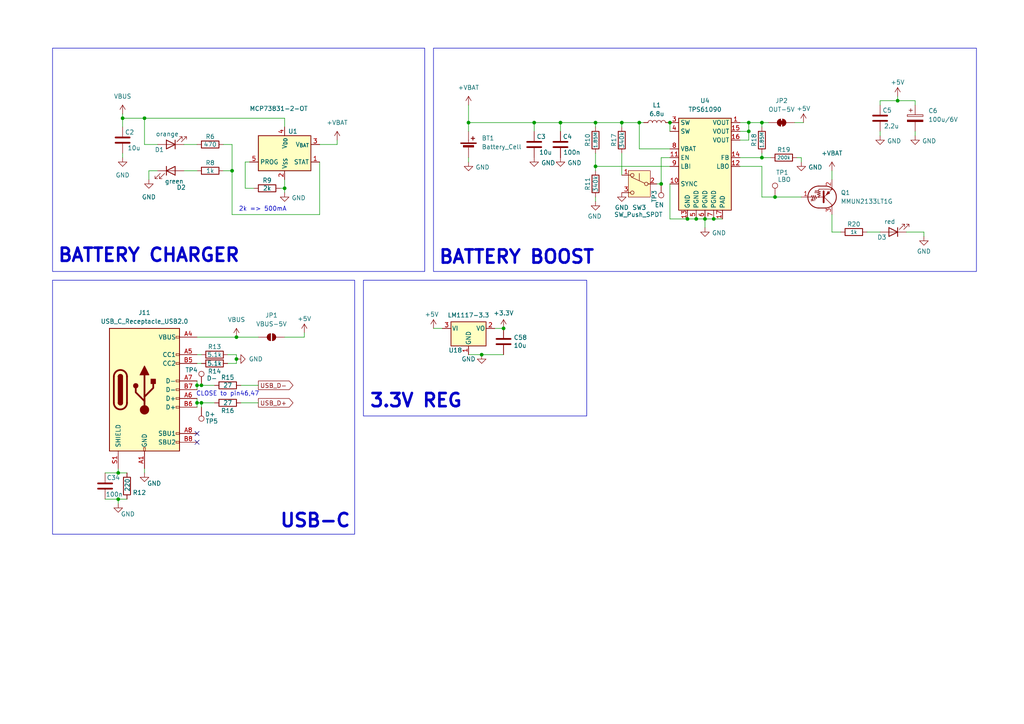
<source format=kicad_sch>
(kicad_sch (version 20250114) (generator "eeschema") (generator_version "9.0")
  (paper "A4")
  (title_block (title "Low Cost VIS/NIR Spectrometer") (date "2025-04-08") (rev "v1") (company "Drawn by Nicolas Viale"))
  (lib_symbols
    (symbol "Battery_Management:MCP73831-2-OT"
      (property "Reference" "U" (at -7.62 6.35 0))
      (property "Value" "MCP73831-2-OT" (at 1.27 6.35 0))
      (symbol "MCP73831-2-OT_0_1"
        (rectangle (start -7.62 5.08) (end 7.62 -5.08) (stroke (width 0.254)) (fill (type background)))
      )
      (symbol "MCP73831-2-OT_1_1"
        (pin input line (at -10.16 -2.54 0) (length 2.54) (name "PROG") (number "5"))
        (pin power_in line (at 0 7.62 270) (length 2.54) (name "V_{DD}") (number "4"))
        (pin power_in line (at 0 -7.62 90) (length 2.54) (name "V_{SS}") (number "2"))
        (pin power_out line (at 10.16 2.54 180) (length 2.54) (name "V_{BAT}") (number "3"))
        (pin tri_state line (at 10.16 -2.54 180) (length 2.54) (name "STAT") (number "1"))
      )
    )
    (symbol "Connector:TestPoint" (pin_numbers (hide yes)) (pin_names (offset 0.762) (hide yes))
      (property "Reference" "TP" (at 0 6.858 0))
      (property "Value" "TestPoint" (at 0 5.08 0))
      (symbol "TestPoint_0_1"
        (circle (center 0 3.302) (radius 0.762))
      )
      (symbol "TestPoint_1_1"
        (pin passive line (at 0 0 90) (length 2.54) (name "1") (number "1"))
      )
    )
    (symbol "Connector:USB_C_Receptacle_USB2.0" (pin_names (offset 1.016))
      (property "Reference" "J" (at -10.16 19.05 0))
      (property "Value" "USB_C_Receptacle_USB2.0" (at 19.05 19.05 0))
      (symbol "USB_C_Receptacle_USB2.0_0_0"
        (rectangle (start -0.254 -17.78) (end 0.254 -16.764))
        (rectangle (start 10.16 15.494) (end 9.144 14.986))
        (rectangle (start 10.16 10.414) (end 9.144 9.906))
        (rectangle (start 10.16 7.874) (end 9.144 7.366))
        (rectangle (start 10.16 2.794) (end 9.144 2.286))
        (rectangle (start 10.16 0.254) (end 9.144 -0.254))
        (rectangle (start 10.16 -2.286) (end 9.144 -2.794))
        (rectangle (start 10.16 -4.826) (end 9.144 -5.334))
        (rectangle (start 10.16 -12.446) (end 9.144 -12.954))
        (rectangle (start 10.16 -14.986) (end 9.144 -15.494))
      )
      (symbol "USB_C_Receptacle_USB2.0_0_1"
        (rectangle (start -10.16 17.78) (end 10.16 -17.78) (stroke (width 0.254)) (fill (type background)))
        (polyline (pts (xy -8.89 -3.81) (xy -8.89 3.81)) (stroke (width 0.508)))
        (rectangle (start -7.62 -3.81) (end -6.35 3.81) (stroke (width 0.254)) (fill (type outline)))
        (arc (start -7.62 3.81) (mid -6.985 4.4423) (end -6.35 3.81) (stroke (width 0.254)))
        (arc (start -7.62 3.81) (mid -6.985 4.4423) (end -6.35 3.81) (stroke (width 0.254)) (fill (type outline)))
        (arc (start -8.89 3.81) (mid -6.985 5.7067) (end -5.08 3.81) (stroke (width 0.508)))
        (arc (start -5.08 -3.81) (mid -6.985 -5.7067) (end -8.89 -3.81) (stroke (width 0.508)))
        (arc (start -6.35 -3.81) (mid -6.985 -4.4423) (end -7.62 -3.81) (stroke (width 0.254)))
        (arc (start -6.35 -3.81) (mid -6.985 -4.4423) (end -7.62 -3.81) (stroke (width 0.254)) (fill (type outline)))
        (polyline (pts (xy -5.08 3.81) (xy -5.08 -3.81)) (stroke (width 0.508)))
        (circle (center -2.54 1.143) (radius 0.635) (stroke (width 0.254)) (fill (type outline)))
        (polyline (pts (xy -1.27 4.318) (xy 0 6.858) (xy 1.27 4.318) (xy -1.27 4.318)) (stroke (width 0.254)) (fill (type outline)))
        (polyline (pts (xy 0 -2.032) (xy 2.54 0.508) (xy 2.54 1.778)) (stroke (width 0.508)))
        (polyline (pts (xy 0 -3.302) (xy -2.54 -0.762) (xy -2.54 0.508)) (stroke (width 0.508)))
        (polyline (pts (xy 0 -5.842) (xy 0 4.318)) (stroke (width 0.508)))
        (circle (center 0 -5.842) (radius 1.27) (fill (type outline)))
        (rectangle (start 1.905 1.778) (end 3.175 3.048) (stroke (width 0.254)) (fill (type outline)))
      )
      (symbol "USB_C_Receptacle_USB2.0_1_1"
        (pin passive line (at -7.62 -22.86 90) (length 5.08) (name "SHIELD") (number "S1"))
        (pin passive line (at 0 -22.86 90) (length 5.08) (name "GND") (number "A1"))
        (pin passive line (at 0 -22.86 90) (length 5.08) (hide yes) (name "GND") (number "A12"))
        (pin passive line (at 0 -22.86 90) (length 5.08) (hide yes) (name "GND") (number "B1"))
        (pin passive line (at 0 -22.86 90) (length 5.08) (hide yes) (name "GND") (number "B12"))
        (pin passive line (at 15.24 15.24 180) (length 5.08) (name "VBUS") (number "A4"))
        (pin passive line (at 15.24 15.24 180) (length 5.08) (hide yes) (name "VBUS") (number "A9"))
        (pin passive line (at 15.24 15.24 180) (length 5.08) (hide yes) (name "VBUS") (number "B4"))
        (pin passive line (at 15.24 15.24 180) (length 5.08) (hide yes) (name "VBUS") (number "B9"))
        (pin bidirectional line (at 15.24 10.16 180) (length 5.08) (name "CC1") (number "A5"))
        (pin bidirectional line (at 15.24 7.62 180) (length 5.08) (name "CC2") (number "B5"))
        (pin bidirectional line (at 15.24 2.54 180) (length 5.08) (name "D-") (number "A7"))
        (pin bidirectional line (at 15.24 0 180) (length 5.08) (name "D-") (number "B7"))
        (pin bidirectional line (at 15.24 -2.54 180) (length 5.08) (name "D+") (number "A6"))
        (pin bidirectional line (at 15.24 -5.08 180) (length 5.08) (name "D+") (number "B6"))
        (pin bidirectional line (at 15.24 -12.7 180) (length 5.08) (name "SBU1") (number "A8"))
        (pin bidirectional line (at 15.24 -15.24 180) (length 5.08) (name "SBU2") (number "B8"))
      )
    )
    (symbol "Device:Battery_Cell" (pin_numbers (hide yes)) (pin_names (offset 0) (hide yes))
      (property "Reference" "BT" (at 2.54 2.54 0))
      (property "Value" "Battery_Cell" (at 2.54 0 0))
      (symbol "Battery_Cell_0_1"
        (rectangle (start -2.286 1.778) (end 2.286 1.524) (fill (type outline)))
        (rectangle (start -1.524 1.016) (end 1.524 0.508) (fill (type outline)))
        (polyline (pts (xy 0 1.778) (xy 0 2.54)))
        (polyline (pts (xy 0 0.762) (xy 0 0)))
        (polyline (pts (xy 0.762 3.048) (xy 1.778 3.048)) (stroke (width 0.254)))
        (polyline (pts (xy 1.27 3.556) (xy 1.27 2.54)) (stroke (width 0.254)))
      )
      (symbol "Battery_Cell_1_1"
        (pin passive line (at 0 5.08 270) (length 2.54) (name "+") (number "1"))
        (pin passive line (at 0 -2.54 90) (length 2.54) (name "-") (number "2"))
      )
    )
    (symbol "Device:C" (pin_numbers (hide yes)) (pin_names (offset 0.254))
      (property "Reference" "C" (at 0.635 2.54 0))
      (property "Value" "C" (at 0.635 -2.54 0))
      (symbol "C_0_1"
        (polyline (pts (xy -2.032 0.762) (xy 2.032 0.762)) (stroke (width 0.508)))
        (polyline (pts (xy -2.032 -0.762) (xy 2.032 -0.762)) (stroke (width 0.508)))
      )
      (symbol "C_1_1"
        (pin passive line (at 0 3.81 270) (length 2.794) (name "~") (number "1"))
        (pin passive line (at 0 -3.81 90) (length 2.794) (name "~") (number "2"))
      )
    )
    (symbol "Device:C_Polarized" (pin_numbers (hide yes)) (pin_names (offset 0.254))
      (property "Reference" "C" (at 0.635 2.54 0))
      (property "Value" "C_Polarized" (at 0.635 -2.54 0))
      (symbol "C_Polarized_0_1"
        (rectangle (start -2.286 0.508) (end 2.286 1.016))
        (polyline (pts (xy -1.778 2.286) (xy -0.762 2.286)))
        (polyline (pts (xy -1.27 2.794) (xy -1.27 1.778)))
        (rectangle (start 2.286 -0.508) (end -2.286 -1.016) (fill (type outline)))
      )
      (symbol "C_Polarized_1_1"
        (pin passive line (at 0 3.81 270) (length 2.794) (name "~") (number "1"))
        (pin passive line (at 0 -3.81 90) (length 2.794) (name "~") (number "2"))
      )
    )
    (symbol "Device:L" (pin_numbers (hide yes)) (pin_names (offset 1.016) (hide yes))
      (property "Reference" "L" (at -1.27 0 90))
      (property "Value" "L" (at 1.905 0 90))
      (symbol "L_0_1"
        (arc (start 0 2.54) (mid 0.6323 1.905) (end 0 1.27))
        (arc (start 0 1.27) (mid 0.6323 0.635) (end 0 0))
        (arc (start 0 0) (mid 0.6323 -0.635) (end 0 -1.27))
        (arc (start 0 -1.27) (mid 0.6323 -1.905) (end 0 -2.54))
      )
      (symbol "L_1_1"
        (pin passive line (at 0 3.81 270) (length 1.27) (name "1") (number "1"))
        (pin passive line (at 0 -3.81 90) (length 1.27) (name "2") (number "2"))
      )
    )
    (symbol "Device:LED" (pin_numbers (hide yes)) (pin_names (offset 1.016) (hide yes))
      (property "Reference" "D" (at 0 2.54 0))
      (property "Value" "LED" (at 0 -2.54 0))
      (symbol "LED_0_1"
        (polyline (pts (xy -3.048 -0.762) (xy -4.572 -2.286) (xy -3.81 -2.286) (xy -4.572 -2.286) (xy -4.572 -1.524)))
        (polyline (pts (xy -1.778 -0.762) (xy -3.302 -2.286) (xy -2.54 -2.286) (xy -3.302 -2.286) (xy -3.302 -1.524)))
        (polyline (pts (xy -1.27 0) (xy 1.27 0)))
        (polyline (pts (xy -1.27 -1.27) (xy -1.27 1.27)) (stroke (width 0.254)))
        (polyline (pts (xy 1.27 -1.27) (xy 1.27 1.27) (xy -1.27 0) (xy 1.27 -1.27)) (stroke (width 0.254)))
      )
      (symbol "LED_1_1"
        (pin passive line (at -3.81 0 0) (length 2.54) (name "K") (number "1"))
        (pin passive line (at 3.81 0 180) (length 2.54) (name "A") (number "2"))
      )
    )
    (symbol "Device:R" (pin_numbers (hide yes)) (pin_names (offset 0))
      (property "Reference" "R" (at 2.032 0 90))
      (property "Value" "R" (at 0 0 90))
      (symbol "R_0_1"
        (rectangle (start -1.016 -2.54) (end 1.016 2.54) (stroke (width 0.254)))
      )
      (symbol "R_1_1"
        (pin passive line (at 0 3.81 270) (length 1.27) (name "~") (number "1"))
        (pin passive line (at 0 -3.81 90) (length 1.27) (name "~") (number "2"))
      )
    )
    (symbol "Jumper:SolderJumper_2_Bridged" (pin_numbers (hide yes)) (pin_names (offset 0) (hide yes)) (exclude_from_sim yes) (in_bom no)
      (property "Reference" "JP" (at 0 2.032 0))
      (property "Value" "SolderJumper_2_Bridged" (at 0 -2.54 0))
      (symbol "SolderJumper_2_Bridged_0_1"
        (rectangle (start -0.508 0.508) (end 0.508 -0.508) (fill (type outline)))
        (polyline (pts (xy -0.254 1.016) (xy -0.254 -1.016)))
        (arc (start -0.254 -1.016) (mid -1.2656 0) (end -0.254 1.016))
        (arc (start -0.254 -1.016) (mid -1.2656 0) (end -0.254 1.016) (fill (type outline)))
        (arc (start 0.254 1.016) (mid 1.2656 0) (end 0.254 -1.016))
        (arc (start 0.254 1.016) (mid 1.2656 0) (end 0.254 -1.016) (fill (type outline)))
        (polyline (pts (xy 0.254 1.016) (xy 0.254 -1.016)))
      )
      (symbol "SolderJumper_2_Bridged_1_1"
        (pin passive line (at -3.81 0 0) (length 2.54) (name "A") (number "1"))
        (pin passive line (at 3.81 0 180) (length 2.54) (name "B") (number "2"))
      )
    )
    (symbol "Jumper:SolderJumper_2_Open" (pin_numbers (hide yes)) (pin_names (offset 0) (hide yes)) (exclude_from_sim yes) (in_bom no)
      (property "Reference" "JP" (at 0 2.032 0))
      (property "Value" "SolderJumper_2_Open" (at 0 -2.54 0))
      (symbol "SolderJumper_2_Open_0_1"
        (polyline (pts (xy -0.254 1.016) (xy -0.254 -1.016)))
        (arc (start -0.254 -1.016) (mid -1.2656 0) (end -0.254 1.016))
        (arc (start -0.254 -1.016) (mid -1.2656 0) (end -0.254 1.016) (fill (type outline)))
        (arc (start 0.254 1.016) (mid 1.2656 0) (end 0.254 -1.016))
        (arc (start 0.254 1.016) (mid 1.2656 0) (end 0.254 -1.016) (fill (type outline)))
        (polyline (pts (xy 0.254 1.016) (xy 0.254 -1.016)))
      )
      (symbol "SolderJumper_2_Open_1_1"
        (pin passive line (at -3.81 0 0) (length 2.54) (name "A") (number "1"))
        (pin passive line (at 3.81 0 180) (length 2.54) (name "B") (number "2"))
      )
    )
    (symbol "Regulator_Switching:TPS61090"
      (property "Reference" "U" (at -7.62 15.24 0))
      (property "Value" "TPS61090" (at 1.27 15.24 0))
      (symbol "TPS61090_0_0"
        (pin passive line (at -10.16 12.7 0) (length 2.54) (name "SW") (number "3"))
        (pin passive line (at -10.16 10.16 0) (length 2.54) (name "SW") (number "4"))
        (pin power_in line (at -10.16 5.08 0) (length 2.54) (name "VBAT") (number "8"))
        (pin input line (at -10.16 2.54 0) (length 2.54) (name "EN") (number "11"))
        (pin input line (at -10.16 0 0) (length 2.54) (name "LBI") (number "9"))
        (pin input line (at -10.16 -5.08 0) (length 2.54) (name "SYNC") (number "10"))
        (pin power_in line (at -5.08 -15.24 90) (length 2.54) (name "GND") (number "13"))
        (pin power_in line (at -2.54 -15.24 90) (length 2.54) (name "PGND") (number "5"))
        (pin power_in line (at 0 -15.24 90) (length 2.54) (name "PGND") (number "6"))
        (pin power_in line (at 2.54 -15.24 90) (length 2.54) (name "PGND") (number "7"))
        (pin power_in line (at 5.08 -15.24 90) (length 2.54) (name "PAD") (number "17"))
        (pin power_out line (at 10.16 12.7 180) (length 2.54) (name "VOUT") (number "1"))
        (pin passive line (at 10.16 10.16 180) (length 2.54) (name "VOUT") (number "15"))
        (pin passive line (at 10.16 7.62 180) (length 2.54) (name "VOUT") (number "16"))
        (pin input line (at 10.16 2.54 180) (length 2.54) (name "FB") (number "14"))
        (pin open_collector line (at 10.16 0 180) (length 2.54) (name "LBO") (number "12"))
        (pin no_connect line (at 10.16 -5.08 180) (length 2.54) (hide yes) (name "NC") (number "2"))
      )
      (symbol "TPS61090_0_1"
        (rectangle (start -7.62 13.97) (end 7.62 -12.7) (stroke (width 0.254)) (fill (type background)))
      )
    )
    (symbol "Switch:SW_Push_SPDT" (pin_names (offset 0) (hide yes))
      (property "Reference" "SW" (at 0 5.08 0))
      (property "Value" "SW_Push_SPDT" (at 0 -5.08 0))
      (symbol "SW_Push_SPDT_0_0"
        (circle (center -2.032 0) (radius 0.508))
        (polyline (pts (xy 0 1.016) (xy 0 3.048)))
        (circle (center 2.032 -2.54) (radius 0.508))
      )
      (symbol "SW_Push_SPDT_0_1"
        (polyline (pts (xy -1.524 0.2032) (xy 2.3368 1.9812)))
        (circle (center 2.032 2.54) (radius 0.508))
      )
      (symbol "SW_Push_SPDT_1_1"
        (rectangle (start -3.175 3.81) (end 3.175 -3.81) (fill (type background)))
        (pin passive line (at -5.08 0 0) (length 2.54) (name "B") (number "2"))
        (pin passive line (at 5.08 2.54 180) (length 2.54) (name "A") (number "1"))
        (pin passive line (at 5.08 -2.54 180) (length 2.54) (name "C") (number "3"))
      )
    )
    (symbol "Transistor_BJT:DTA1D3R" (pin_names (offset 0) (hide yes))
      (property "Reference" "Q" (at 5.08 1.905 0))
      (property "Value" "DTA1D3R" (at 5.08 0 0))
      (symbol "DTA1D3R_0_0"
        (text "2k7" (at -2.921 0.889 0) (effects (font (size 0.508 0.508))))
        (text "1k" (at -2.159 -1.524 900) (effects (font (size 0.508 0.508))))
      )
      (symbol "DTA1D3R_0_1"
        (polyline (pts (xy -3.429 0) (xy -3.81 0)))
        (polyline (pts (xy -1.27 3.175) (xy 0.635 3.175)) (stroke (width 0.254)))
        (circle (center -1.27 0) (radius 0.127))
        (polyline (pts (xy -1.27 0) (xy -1.27 -0.381) (xy -0.762 -0.508) (xy -1.778 -0.762) (xy -0.762 -1.016) (xy -1.778 -1.27) (xy -0.762 -1.524) (xy -1.778 -1.778) (xy -1.27 -1.905) (xy -1.27 -2.286) (xy 2.54 -2.286)))
        (polyline (pts (xy -1.27 -3.175) (xy 0.635 -3.175)) (stroke (width 0.254)))
        (arc (start -1.27 -3.175) (mid -4.4312 0) (end -1.27 3.175) (stroke (width 0.254)))
        (polyline (pts (xy 0 0) (xy -1.905 0) (xy -2.032 0.508) (xy -2.286 -0.508) (xy -2.54 0.508) (xy -2.794 -0.508) (xy -3.048 0.508) (xy -3.302 -0.508) (xy -3.429 0)))
        (polyline (pts (xy 0 -0.254) (xy 2.54 2.286)))
        (polyline (pts (xy 0.127 1.524) (xy 0.127 -1.651)) (stroke (width 0.508)) (fill (type outline)))
        (arc (start 0.635 3.175) (mid 3.7962 0) (end 0.635 -3.175) (stroke (width 0.254)))
        (polyline (pts (xy 1.397 -1.651) (xy 1.905 -1.143) (xy 0.889 -0.635) (xy 1.397 -1.651)) (fill (type outline)))
        (polyline (pts (xy 2.54 2.286) (xy 2.54 2.54)))
        (polyline (pts (xy 2.54 -2.286) (xy 0 0.254) (xy 0 0.254)))
        (circle (center 2.54 -2.286) (radius 0.127))
      )
      (symbol "DTA1D3R_1_1"
        (pin input line (at -6.35 0 0) (length 2.54) (name "B") (number "1"))
        (pin passive line (at 2.54 5.08 270) (length 2.54) (name "C") (number "3"))
        (pin passive line (at 2.54 -5.08 90) (length 2.54) (name "E") (number "2"))
      )
    )
    (symbol "plinkyblack-rescue:LM1117-3.3-Regulator_Linear" (pin_names (offset 0.254))
      (property "Reference" "U" (at -3.81 3.175 0))
      (property "Value" "Regulator_Linear_LM1117-3.3" (at 0 3.175 0))
      (symbol "LM1117-3.3-Regulator_Linear_0_1"
        (rectangle (start -5.08 -5.08) (end 5.08 1.905) (stroke (width 0.254)) (fill (type background)))
      )
      (symbol "LM1117-3.3-Regulator_Linear_1_1"
        (pin power_in line (at -7.62 0 0) (length 2.54) (name "VI") (number "3"))
        (pin power_in line (at 0 -7.62 90) (length 2.54) (name "GND") (number "1"))
        (pin power_out line (at 7.62 0 180) (length 2.54) (name "VO") (number "2"))
      )
    )
    (symbol "power:+3.3V" (power) (pin_numbers (hide yes)) (pin_names (offset 0) (hide yes))
      (property "Value" "+3.3V" (at 0 3.556 0))
      (symbol "+3.3V_0_1"
        (polyline (pts (xy -0.762 1.27) (xy 0 2.54)))
        (polyline (pts (xy 0 2.54) (xy 0.762 1.27)))
        (polyline (pts (xy 0 0) (xy 0 2.54)))
      )
      (symbol "+3.3V_1_1"
        (pin power_in line (at 0 0 90) (length 0) (name "~") (number "1"))
      )
    )
    (symbol "power:+5V" (power) (pin_names (offset 0))
      (property "Value" "+5V" (at 0 3.556 0))
      (symbol "+5V_0_1"
        (polyline (pts (xy -0.762 1.27) (xy 0 2.54)))
        (polyline (pts (xy 0 2.54) (xy 0.762 1.27)))
        (polyline (pts (xy 0 0) (xy 0 2.54)))
      )
      (symbol "+5V_1_1"
        (pin power_in line (at 0 0 90) (length 0) (hide yes) (name "+5V") (number "1"))
      )
    )
    (symbol "power:GND" (power) (pin_names (offset 0))
      (property "Value" "GND" (at 0 -3.81 0))
      (symbol "GND_0_1"
        (polyline (pts (xy 0 0) (xy 0 -1.27) (xy 1.27 -1.27) (xy 0 -2.54) (xy -1.27 -1.27) (xy 0 -1.27)))
      )
      (symbol "GND_1_1"
        (pin power_in line (at 0 0 270) (length 0) (hide yes) (name "GND") (number "1"))
      )
    )
    (symbol "power:VBUS" (power) (pin_numbers (hide yes)) (pin_names (offset 0) (hide yes))
      (property "Value" "VBUS" (at 0 3.556 0))
      (symbol "VBUS_0_1"
        (polyline (pts (xy -0.762 1.27) (xy 0 2.54)))
        (polyline (pts (xy 0 2.54) (xy 0.762 1.27)))
        (polyline (pts (xy 0 0) (xy 0 2.54)))
      )
      (symbol "VBUS_1_1"
        (pin power_in line (at 0 0 90) (length 0) (name "~") (number "1"))
      )
    )
  )
  (rectangle (start 15.24 81.28) (end 102.87 154.94))
  (rectangle (start 15.24 13.97) (end 123.19 78.74))
  (rectangle (start 125.73 13.97) (end 283.21 78.74))
  (rectangle (start 105.41 81.28) (end 170.18 120.65))
  (text "CLOSE to pin46,47" (at 66.04 114.3 0) (effects (font (size 1.27 1.27))))
  (text "3.3V REG" (at 120.65 116.332 0) (effects (font (size 3.81 3.81) (thickness 0.762) (bold yes))))
  (text "BATTERY CHARGER" (at 43.18 74.168 0) (effects (font (size 3.81 3.81) (thickness 0.762) (bold yes))))
  (text "USB-C" (at 91.44 151.13 0) (effects (font (size 3.81 3.81) (thickness 0.762) (bold yes))))
  (text "BATTERY BOOST" (at 149.86 74.676 0) (effects (font (size 3.81 3.81) (thickness 0.762) (bold yes))))
  (text "2k => 500mA" (at 76.2 60.706 0) (effects (font (size 1.27 1.27))))
  (junction (at 58.42 116.84))
  (junction (at 191.77 53.34))
  (junction (at 41.91 34.29))
  (junction (at 224.79 57.15))
  (junction (at 172.72 35.56))
  (junction (at 146.05 95.25))
  (junction (at 194.31 35.56))
  (junction (at 58.42 111.76))
  (junction (at 135.89 35.56))
  (junction (at 172.72 48.26))
  (junction (at 67.31 49.53))
  (junction (at 34.29 144.78))
  (junction (at 199.39 63.5))
  (junction (at 162.56 35.56))
  (junction (at 220.98 35.56))
  (junction (at 154.94 35.56))
  (junction (at 185.42 35.56))
  (junction (at 57.15 116.84))
  (junction (at 139.7 102.87))
  (junction (at 57.15 111.76))
  (junction (at 34.29 137.16))
  (junction (at 201.93 63.5))
  (junction (at 180.34 35.56))
  (junction (at 217.17 35.56))
  (junction (at 204.47 63.5))
  (junction (at 207.01 63.5))
  (junction (at 217.17 38.1))
  (junction (at 260.35 29.21))
  (junction (at 220.98 45.72))
  (junction (at 82.55 54.61))
  (junction (at 35.56 34.29))
  (junction (at 68.58 97.79))
  (junction (at 68.58 104.14))
  (no_connect (at 57.15 128.27))
  (no_connect (at 57.15 125.73))
  (wire (pts (xy 57.15 110.49) (xy 57.15 111.76)))
  (wire (pts (xy 194.31 43.18) (xy 185.42 43.18)))
  (wire (pts (xy 34.29 137.16) (xy 30.48 137.16)))
  (wire (pts (xy 97.79 40.64) (xy 97.79 41.91)))
  (wire (pts (xy 217.17 38.1) (xy 217.17 35.56)))
  (wire (pts (xy 34.29 144.78) (xy 36.83 144.78)))
  (wire (pts (xy 180.34 44.45) (xy 180.34 50.8)))
  (wire (pts (xy 251.46 67.31) (xy 255.27 67.31)))
  (wire (pts (xy 172.72 48.26) (xy 172.72 49.53)))
  (wire (pts (xy 220.98 45.72) (xy 223.52 45.72)))
  (wire (pts (xy 214.63 40.64) (xy 217.17 40.64)))
  (wire (pts (xy 255.27 38.1) (xy 255.27 39.37)))
  (wire (pts (xy 185.42 35.56) (xy 180.34 35.56)))
  (wire (pts (xy 82.55 34.29) (xy 41.91 34.29)))
  (wire (pts (xy 214.63 38.1) (xy 217.17 38.1)))
  (wire (pts (xy 68.58 102.87) (xy 68.58 104.14)))
  (wire (pts (xy 214.63 45.72) (xy 220.98 45.72)))
  (wire (pts (xy 57.15 111.76) (xy 58.42 111.76)))
  (wire (pts (xy 194.31 63.5) (xy 199.39 63.5)))
  (wire (pts (xy 162.56 35.56) (xy 154.94 35.56)))
  (wire (pts (xy 265.43 29.21) (xy 260.35 29.21)))
  (wire (pts (xy 41.91 135.89) (xy 41.91 137.16)))
  (wire (pts (xy 68.58 104.14) (xy 68.58 105.41)))
  (wire (pts (xy 67.31 41.91) (xy 67.31 49.53)))
  (wire (pts (xy 143.51 95.25) (xy 146.05 95.25)))
  (wire (pts (xy 267.97 67.31) (xy 267.97 68.58)))
  (wire (pts (xy 67.31 41.91) (xy 64.77 41.91)))
  (wire (pts (xy 97.79 41.91) (xy 92.71 41.91)))
  (wire (pts (xy 67.31 49.53) (xy 64.77 49.53)))
  (wire (pts (xy 34.29 137.16) (xy 36.83 137.16)))
  (wire (pts (xy 204.47 63.5) (xy 204.47 66.04)))
  (wire (pts (xy 73.66 54.61) (xy 71.12 54.61)))
  (wire (pts (xy 58.42 118.11) (xy 58.42 116.84)))
  (wire (pts (xy 162.56 35.56) (xy 172.72 35.56)))
  (wire (pts (xy 260.35 29.21) (xy 255.27 29.21)))
  (wire (pts (xy 92.71 62.23) (xy 67.31 62.23)))
  (wire (pts (xy 199.39 63.5) (xy 201.93 63.5)))
  (wire (pts (xy 135.89 46.99) (xy 135.89 45.72)))
  (wire (pts (xy 58.42 111.76) (xy 62.23 111.76)))
  (wire (pts (xy 172.72 57.15) (xy 172.72 58.42)))
  (wire (pts (xy 201.93 63.5) (xy 204.47 63.5)))
  (wire (pts (xy 214.63 48.26) (xy 220.98 48.26)))
  (wire (pts (xy 260.35 27.94) (xy 260.35 29.21)))
  (wire (pts (xy 71.12 54.61) (xy 71.12 46.99)))
  (wire (pts (xy 154.94 38.1) (xy 154.94 35.56)))
  (wire (pts (xy 194.31 53.34) (xy 194.31 63.5)))
  (wire (pts (xy 57.15 115.57) (xy 57.15 116.84)))
  (wire (pts (xy 243.84 67.31) (xy 241.3 67.31)))
  (wire (pts (xy 53.34 49.53) (xy 57.15 49.53)))
  (wire (pts (xy 35.56 45.72) (xy 35.56 44.45)))
  (wire (pts (xy 190.5 53.34) (xy 191.77 53.34)))
  (wire (pts (xy 265.43 30.48) (xy 265.43 29.21)))
  (wire (pts (xy 172.72 44.45) (xy 172.72 48.26)))
  (wire (pts (xy 135.89 102.87) (xy 139.7 102.87)))
  (wire (pts (xy 220.98 48.26) (xy 220.98 57.15)))
  (wire (pts (xy 230.505 35.56) (xy 233.045 35.56)))
  (wire (pts (xy 217.17 35.56) (xy 214.63 35.56)))
  (wire (pts (xy 220.98 35.56) (xy 217.17 35.56)))
  (wire (pts (xy 88.265 97.79) (xy 82.55 97.79)))
  (wire (pts (xy 57.15 102.87) (xy 58.42 102.87)))
  (wire (pts (xy 220.98 35.56) (xy 222.885 35.56)))
  (wire (pts (xy 231.14 45.72) (xy 232.41 45.72)))
  (wire (pts (xy 82.55 55.88) (xy 82.55 54.61)))
  (wire (pts (xy 34.29 135.89) (xy 34.29 137.16)))
  (wire (pts (xy 265.43 38.1) (xy 265.43 39.37)))
  (wire (pts (xy 194.31 45.72) (xy 191.77 45.72)))
  (wire (pts (xy 35.56 34.29) (xy 35.56 36.83)))
  (wire (pts (xy 220.98 36.83) (xy 220.98 35.56)))
  (wire (pts (xy 185.42 35.56) (xy 185.42 43.18)))
  (wire (pts (xy 241.3 67.31) (xy 241.3 62.23)))
  (wire (pts (xy 241.3 49.53) (xy 241.3 52.07)))
  (wire (pts (xy 57.15 116.84) (xy 57.15 118.11)))
  (wire (pts (xy 57.15 105.41) (xy 58.42 105.41)))
  (wire (pts (xy 45.72 41.91) (xy 41.91 41.91)))
  (wire (pts (xy 224.79 57.15) (xy 232.41 57.15)))
  (wire (pts (xy 71.12 46.99) (xy 72.39 46.99)))
  (wire (pts (xy 68.58 105.41) (xy 66.04 105.41)))
  (wire (pts (xy 35.56 33.02) (xy 35.56 34.29)))
  (wire (pts (xy 82.55 54.61) (xy 82.55 52.07)))
  (wire (pts (xy 172.72 35.56) (xy 172.72 36.83)))
  (wire (pts (xy 255.27 29.21) (xy 255.27 30.48)))
  (wire (pts (xy 232.41 45.72) (xy 232.41 46.99)))
  (wire (pts (xy 68.58 97.79) (xy 74.93 97.79)))
  (wire (pts (xy 69.85 111.76) (xy 74.93 111.76)))
  (wire (pts (xy 57.15 97.79) (xy 68.58 97.79)))
  (wire (pts (xy 125.73 95.25) (xy 128.27 95.25)))
  (wire (pts (xy 217.17 40.64) (xy 217.17 38.1)))
  (wire (pts (xy 194.31 35.56) (xy 194.31 38.1)))
  (wire (pts (xy 92.71 46.99) (xy 92.71 62.23)))
  (wire (pts (xy 186.69 35.56) (xy 185.42 35.56)))
  (wire (pts (xy 191.77 45.72) (xy 191.77 53.34)))
  (wire (pts (xy 34.29 144.78) (xy 34.29 146.05)))
  (wire (pts (xy 194.31 48.26) (xy 172.72 48.26)))
  (wire (pts (xy 69.85 116.84) (xy 74.93 116.84)))
  (wire (pts (xy 45.72 49.53) (xy 43.18 49.53)))
  (wire (pts (xy 88.265 96.52) (xy 88.265 97.79)))
  (wire (pts (xy 162.56 38.1) (xy 162.56 35.56)))
  (wire (pts (xy 58.42 116.84) (xy 62.23 116.84)))
  (wire (pts (xy 57.15 111.76) (xy 57.15 113.03)))
  (wire (pts (xy 135.89 30.48) (xy 135.89 35.56)))
  (wire (pts (xy 146.05 102.87) (xy 139.7 102.87)))
  (wire (pts (xy 135.89 35.56) (xy 154.94 35.56)))
  (wire (pts (xy 30.48 144.78) (xy 34.29 144.78)))
  (wire (pts (xy 262.89 67.31) (xy 267.97 67.31)))
  (wire (pts (xy 57.15 116.84) (xy 58.42 116.84)))
  (wire (pts (xy 81.28 54.61) (xy 82.55 54.61)))
  (wire (pts (xy 41.91 34.29) (xy 35.56 34.29)))
  (wire (pts (xy 207.01 63.5) (xy 209.55 63.5)))
  (wire (pts (xy 68.58 102.87) (xy 66.04 102.87)))
  (wire (pts (xy 220.98 57.15) (xy 224.79 57.15)))
  (wire (pts (xy 53.34 41.91) (xy 57.15 41.91)))
  (wire (pts (xy 67.31 62.23) (xy 67.31 49.53)))
  (wire (pts (xy 82.55 36.83) (xy 82.55 34.29)))
  (wire (pts (xy 172.72 35.56) (xy 180.34 35.56)))
  (wire (pts (xy 41.91 41.91) (xy 41.91 34.29)))
  (wire (pts (xy 43.18 49.53) (xy 43.18 52.07)))
  (wire (pts (xy 135.89 35.56) (xy 135.89 38.1)))
  (wire (pts (xy 220.98 45.72) (xy 220.98 44.45)))
  (wire (pts (xy 204.47 63.5) (xy 207.01 63.5)))
  (wire (pts (xy 180.34 35.56) (xy 180.34 36.83)))
  (global_label "USB_D-" (shape output) (at 74.93 111.76 0) (property "Intersheetrefs" "${INTERSHEET_REFS}" (effects (hide yes))))
  (global_label "USB_D+" (shape output) (at 74.93 116.84 0) (property "Intersheetrefs" "${INTERSHEET_REFS}" (effects (hide yes))))
  (symbol (lib_id "power:GND") (at 232.41 46.99 0) (unit 1)
    (property "Reference" "#PWR024" (effects (hide yes)))
    (property "Value" "GND" (at 236.474 48.514 0))
  )
  (symbol (lib_id "power:GND") (at 139.7 102.87 0) (unit 1)
    (property "Reference" "#PWR0176" (effects (hide yes)))
    (property "Value" "GND" (at 135.89 104.14 0))
  )
  (symbol (lib_id "power:GND") (at 35.56 45.72 0) (unit 1)
    (property "Reference" "#PWR07" (effects (hide yes)))
    (property "Value" "GND" (at 35.56 50.8 0))
  )
  (symbol (lib_id "power:GND") (at 267.97 68.58 0) (unit 1)
    (property "Reference" "#PWR026" (effects (hide yes)))
    (property "Value" "GND" (at 267.97 72.898 0))
  )
  (symbol (lib_id "power:+5V") (at 241.3 49.53 0) (unit 1)
    (property "Reference" "#PWR025" (effects (hide yes)))
    (property "Value" "+VBAT" (at 241.3 44.45 0))
  )
  (symbol (lib_id "Device:R") (at 60.96 41.91 90) (unit 1)
    (property "Reference" "R6" (at 60.96 39.624 90))
    (property "Value" "470" (at 60.96 41.91 90))
    (property "Footprint" "Resistor_SMD:R_0603_1608Metric" (effects (hide yes)))
    (property "Description" "Resistor" (effects (hide yes)))
  )
  (symbol (lib_id "Device:R") (at 247.65 67.31 90) (unit 1)
    (property "Reference" "R20" (at 247.65 65.024 90))
    (property "Value" "1k" (at 247.65 67.31 90) (effects (font (size 1.016 1.016))))
    (property "Footprint" "Resistor_SMD:R_0603_1608Metric" (effects (hide yes)))
    (property "Description" "Resistor" (effects (hide yes)))
  )
  (symbol (lib_id "Connector:USB_C_Receptacle_USB2.0") (at 41.91 113.03 0) (unit 1)
    (property "Reference" "J11" (at 41.91 90.678 0))
    (property "Value" "USB_C_Receptacle_USB2.0" (at 41.91 93.218 0))
    (property "Footprint" "userr:USB-C-JLCPCB" (effects (hide yes)))
    (property "Datasheet" "https://www.usb.org/sites/default/files/documents/usb_type-c.zip" (effects (hide yes)))
    (property "LCSC" "C165948" (effects (hide yes)))
  )
  (symbol (lib_id "power:+5V") (at 97.79 40.64 0) (unit 1)
    (property "Reference" "#PWR012" (effects (hide yes)))
    (property "Value" "+VBAT" (at 97.79 35.56 0))
  )
  (symbol (lib_id "power:+5V") (at 135.89 30.48 0) (unit 1)
    (property "Reference" "#PWR013" (effects (hide yes)))
    (property "Value" "+VBAT" (at 135.89 25.4 0))
  )
  (symbol (lib_id "Device:R") (at 172.72 53.34 180) (unit 1)
    (property "Reference" "R11" (at 170.434 53.34 90))
    (property "Value" "340k" (at 172.72 53.34 90))
    (property "Footprint" "Resistor_SMD:R_0603_1608Metric" (effects (hide yes)))
    (property "Description" "Resistor" (effects (hide yes)))
  )
  (symbol (lib_id "Device:Battery_Cell") (at 135.89 43.18 0) (unit 1)
    (property "Reference" "BT1" (at 139.7 40.0684 0) (effects (justify left)))
    (property "Value" "Battery_Cell" (at 139.7 42.6084 0) (effects (justify left)))
    (property "Footprint" "Connector_JST:JST_PH_S2B-PH-K_1x02_P2.00mm_Horizontal" (effects (hide yes)))
    (property "Description" "Single-cell battery" (effects (hide yes)))
    (property "LCSC" "C5359610" (effects (hide yes)))
  )
  (symbol (lib_id "Device:R") (at 77.47 54.61 90) (unit 1)
    (property "Reference" "R9" (at 77.47 52.324 90))
    (property "Value" "2k" (at 77.47 54.61 90))
    (property "Footprint" "Resistor_SMD:R_0603_1608Metric" (effects (hide yes)))
    (property "Description" "Resistor" (effects (hide yes)))
  )
  (symbol (lib_id "Switch:SW_Push_SPDT") (at 185.42 53.34 0) (mirror y) (unit 1)
    (property "Reference" "SW3" (at 185.42 60.198 0))
    (property "Value" "SW_Push_SPDT" (at 185.166 62.23 0))
    (property "Footprint" "userr:Alps-Alpine-SPDT" (effects (hide yes)))
    (property "Description" "Momentary Switch, single pole double throw" (effects (hide yes)))
    (property "LCSC" "C109335" (effects (hide yes)))
  )
  (symbol (lib_id "power:GND") (at 135.89 46.99 0) (unit 1)
    (property "Reference" "#PWR018" (effects (hide yes)))
    (property "Value" "GND" (at 139.954 48.514 0))
  )
  (symbol (lib_id "Device:LED") (at 259.08 67.31 180) (unit 1)
    (property "Reference" "D3" (at 255.778 68.834 0))
    (property "Value" "red" (at 258.064 64.262 0))
    (property "Footprint" "LED_SMD:LED_0603_1608Metric" (effects (hide yes)))
    (property "Description" "Light emitting diode" (effects (hide yes)))
  )
  (symbol (lib_id "Transistor_BJT:DTA1D3R") (at 238.76 57.15 0) (mirror x) (unit 1)
    (property "Reference" "Q1" (at 243.84 55.8799 0) (effects (justify left)))
    (property "Value" "MMUN2133LT1G" (at 243.84 58.4199 0) (effects (justify left)))
    (property "Footprint" "Package_TO_SOT_SMD:SOT-23" (effects (hide yes)))
    (property "Description" "Digital PNP Transistor, 2k7/1k, SOT-23" (effects (hide yes)))
    (property "LCSC" "C86182" (effects (hide yes)))
  )
  (symbol (lib_id "Regulator_Switching:TPS61090") (at 204.47 48.26 0) (unit 1)
    (property "Reference" "U4" (at 204.47 29.21 0))
    (property "Value" "TPS61090" (at 204.47 31.75 0))
    (property "Footprint" "Package_DFN_QFN:Texas_RSA_VQFN-16-1EP_4x4mm_P0.65mm_EP2.7x2.7mm_ThermalVias" (effects (hide yes)))
    (property "Datasheet" "http://www.ti.com/lit/ds/symlink/tps61090.pdf" (effects (hide yes)))
    (property "Description" "2A Step-Up DC-DC Converter for Batteries, Isw up to 2500mA, Adjustable output voltage, QFN-16" (effects (hide yes)))
    (property "LCSC" "C206167" (effects (hide yes)))
  )
  (symbol (lib_id "Device:C") (at 146.05 99.06 0) (unit 1)
    (property "Reference" "C58" (at 148.971 97.8916 0) (effects (justify left)))
    (property "Value" "10u" (at 148.971 100.203 0) (effects (justify left)))
    (property "Footprint" "Capacitor_SMD:C_0805_2012Metric" (effects (hide yes)))
    (property "LCSC" "C15850" (effects (hide yes)))
    (property "Checked" "x" (effects (hide yes)))
  )
  (symbol (lib_id "Connector:TestPoint") (at 191.77 53.34 180) (unit 1)
    (property "Reference" "TP3" (at 189.738 55.118 90) (effects (justify left)))
    (property "Value" "EN" (at 192.6013 59.436 0) (effects (justify left)))
    (property "Footprint" "TestPoint:TestPoint_Pad_D1.5mm" (effects (hide yes)))
    (property "Description" "test point" (effects (hide yes)))
  )
  (symbol (lib_id "power:GND") (at 172.72 58.42 0) (unit 1)
    (property "Reference" "#PWR021" (effects (hide yes)))
    (property "Value" "GND" (at 172.466 62.738 0))
  )
  (symbol (lib_id "Device:R") (at 172.72 40.64 180) (unit 1)
    (property "Reference" "R10" (at 170.434 40.64 90))
    (property "Value" "1.85M" (at 172.72 40.64 90) (effects (font (size 1.016 1.016))))
    (property "Footprint" "Resistor_SMD:R_0603_1608Metric" (effects (hide yes)))
    (property "Description" "Resistor" (effects (hide yes)))
  )
  (symbol (lib_id "Device:R") (at 66.04 111.76 90) (unit 1)
    (property "Reference" "R15" (at 66.04 109.474 90))
    (property "Value" "27" (at 66.04 111.76 90))
    (property "Footprint" "Resistor_SMD:R_0402_1005Metric" (effects (hide yes)))
    (property "LCSC" "C23186" (effects (hide yes)))
  )
  (symbol (lib_id "Device:LED") (at 49.53 49.53 0) (unit 1)
    (property "Reference" "D2" (at 52.578 54.356 0))
    (property "Value" "green" (at 50.546 52.578 0))
    (property "Footprint" "LED_SMD:LED_0603_1608Metric" (effects (hide yes)))
    (property "Description" "Light emitting diode" (effects (hide yes)))
  )
  (symbol (lib_id "power:GND") (at 204.47 66.04 0) (unit 1)
    (property "Reference" "#PWR022" (effects (hide yes)))
    (property "Value" "GND" (at 208.534 67.564 0))
  )
  (symbol (lib_id "Device:C") (at 162.56 41.91 0) (unit 1)
    (property "Reference" "C4" (at 164.592 39.624 0))
    (property "Value" "100n" (at 165.862 44.196 0))
    (property "Footprint" "Capacitor_SMD:C_0603_1608Metric" (effects (hide yes)))
    (property "Description" "Unpolarized capacitor" (effects (hide yes)))
  )
  (symbol (lib_id "plinkyblack-rescue:LM1117-3.3-Regulator_Linear") (at 135.89 95.25 0) (unit 1)
    (property "Reference" "U18" (at 132.08 101.6 0))
    (property "Value" "LM1117-3.3" (at 135.89 91.4146 0))
    (property "Footprint" "Package_TO_SOT_SMD:SOT-223-3_TabPin2" (effects (hide yes)))
    (property "Datasheet" "http://www.ti.com/lit/ds/symlink/lm1117.pdf" (effects (hide yes)))
    (property "LCSC" "C6186" (effects (hide yes)))
    (property "Checked" "x" (effects (hide yes)))
  )
  (symbol (lib_id "power:+5V") (at 125.73 95.25 0) (unit 1)
    (property "Reference" "#PWR0171" (effects (hide yes)))
    (property "Value" "+5V" (at 125.222 91.186 0))
  )
  (symbol (lib_id "power:+3.3V") (at 146.05 95.25 0) (unit 1)
    (property "Reference" "#PWR069" (effects (hide yes)))
    (property "Value" "+3.3V" (at 146.05 90.805 0))
    (property "Description" "Power symbol creates a global label with name \"+3.3V\"" (effects (hide yes)))
  )
  (symbol (lib_id "Connector:TestPoint") (at 58.42 118.11 180) (unit 1)
    (property "Reference" "TP5" (at 63.246 122.174 0) (effects (justify left)))
    (property "Value" "D+" (at 62.484 120.142 0) (effects (justify left)))
    (property "Footprint" "TestPoint:TestPoint_Pad_D1.0mm" (effects (hide yes)))
    (property "Description" "test point" (effects (hide yes)))
  )
  (symbol (lib_id "Jumper:SolderJumper_2_Bridged") (at 226.695 35.56 0) (unit 1) (exclude_from_sim yes) (in_bom no)
    (property "Reference" "JP2" (at 226.695 29.21 0))
    (property "Value" "OUT-5V" (at 226.695 31.75 0))
    (property "Footprint" "Jumper:SolderJumper-2_P1.3mm_Bridged_Pad1.0x1.5mm" (effects (hide yes)))
    (property "Description" "Solder Jumper, 2-pole, closed/bridged" (effects (hide yes)))
  )
  (symbol (lib_id "Device:R") (at 227.33 45.72 90) (unit 1)
    (property "Reference" "R19" (at 227.33 43.434 90))
    (property "Value" "200k" (at 227.33 45.72 90) (effects (font (size 1.016 1.016))))
    (property "Footprint" "Resistor_SMD:R_0603_1608Metric" (effects (hide yes)))
    (property "Description" "Resistor" (effects (hide yes)))
  )
  (symbol (lib_id "power:GND") (at 162.56 45.72 0) (unit 1)
    (property "Reference" "#PWR020" (effects (hide yes)))
    (property "Value" "GND" (at 166.624 47.244 0))
  )
  (symbol (lib_id "Device:R") (at 36.83 140.97 0) (unit 1)
    (property "Reference" "R12" (at 38.481 142.875 0) (effects (justify left)))
    (property "Value" "220" (at 36.957 142.621 90) (effects (justify left)))
    (property "Footprint" "Resistor_SMD:R_0402_1005Metric" (effects (hide yes)))
    (property "Description" "Resistor" (effects (hide yes)))
  )
  (symbol (lib_id "power:+5V") (at 233.045 35.56 0) (unit 1)
    (property "Reference" "#PWR023" (effects (hide yes)))
    (property "Value" "+5V" (at 233.045 31.496 0))
  )
  (symbol (lib_id "Device:C") (at 154.94 41.91 0) (unit 1)
    (property "Reference" "C3" (at 156.972 39.624 0))
    (property "Value" "10u" (at 158.242 44.196 0))
    (property "Footprint" "Capacitor_SMD:C_0805_2012Metric" (effects (hide yes)))
    (property "Description" "Unpolarized capacitor" (effects (hide yes)))
  )
  (symbol (lib_id "power:VBUS") (at 35.56 33.02 0) (unit 1)
    (property "Reference" "#PWR01" (effects (hide yes)))
    (property "Value" "VBUS" (at 35.56 27.94 0))
    (property "Description" "Power symbol creates a global label with name \"VBUS\"" (effects (hide yes)))
  )
  (symbol (lib_id "Jumper:SolderJumper_2_Open") (at 78.74 97.79 0) (unit 1) (exclude_from_sim yes) (in_bom no)
    (property "Reference" "JP1" (at 78.74 91.44 0))
    (property "Value" "VBUS-5V" (at 78.74 93.98 0))
    (property "Footprint" "Jumper:SolderJumper-2_P1.3mm_Open_TrianglePad1.0x1.5mm" (effects (hide yes)))
    (property "Description" "Solder Jumper, 2-pole, open" (effects (hide yes)))
  )
  (symbol (lib_id "power:GND") (at 41.91 137.16 0) (unit 1)
    (property "Reference" "#PWR0102" (effects (hide yes)))
    (property "Value" "GND" (at 44.704 140.208 0))
  )
  (symbol (lib_id "Device:R") (at 220.98 40.64 180) (unit 1)
    (property "Reference" "R18" (at 218.694 40.64 90))
    (property "Value" "1.85M" (at 220.98 40.64 90) (effects (font (size 1.016 1.016))))
    (property "Footprint" "Resistor_SMD:R_0603_1608Metric" (effects (hide yes)))
    (property "Description" "Resistor" (effects (hide yes)))
  )
  (symbol (lib_id "power:GND") (at 68.58 104.14 90) (unit 1)
    (property "Reference" "#PWR0103" (effects (hide yes)))
    (property "Value" "GND" (at 72.136 104.14 90) (effects (justify right)))
  )
  (symbol (lib_id "power:GND") (at 43.18 52.07 0) (unit 1)
    (property "Reference" "#PWR08" (effects (hide yes)))
    (property "Value" "GND" (at 43.18 57.15 0))
  )
  (symbol (lib_id "Device:LED") (at 49.53 41.91 180) (unit 1)
    (property "Reference" "D1" (at 46.228 43.434 0))
    (property "Value" "orange" (at 48.514 38.862 0))
    (property "Footprint" "LED_SMD:LED_0603_1608Metric" (effects (hide yes)))
    (property "Description" "Light emitting diode" (effects (hide yes)))
  )
  (symbol (lib_id "Connector:TestPoint") (at 58.42 111.76 0) (unit 1)
    (property "Reference" "TP4" (at 53.721 107.315 0) (effects (justify left)))
    (property "Value" "D-" (at 59.944 109.728 0) (effects (justify left)))
    (property "Footprint" "TestPoint:TestPoint_Pad_D1.0mm" (effects (hide yes)))
    (property "Description" "test point" (effects (hide yes)))
  )
  (symbol (lib_id "Device:R") (at 60.96 49.53 90) (unit 1)
    (property "Reference" "R8" (at 60.96 47.244 90))
    (property "Value" "1k" (at 60.96 49.53 90))
    (property "Footprint" "Resistor_SMD:R_0603_1608Metric" (effects (hide yes)))
    (property "Description" "Resistor" (effects (hide yes)))
  )
  (symbol (lib_id "power:GND") (at 255.27 39.37 0) (unit 1)
    (property "Reference" "#PWR027" (effects (hide yes)))
    (property "Value" "GND" (at 259.334 40.894 0))
  )
  (symbol (lib_id "power:+5V") (at 88.265 96.52 0) (unit 1)
    (property "Reference" "#PWR080" (effects (hide yes)))
    (property "Value" "+5V" (at 88.265 92.456 0))
  )
  (symbol (lib_id "power:+5V") (at 260.35 27.94 0) (unit 1)
    (property "Reference" "#PWR028" (effects (hide yes)))
    (property "Value" "+5V" (at 260.35 23.876 0))
  )
  (symbol (lib_id "Connector:TestPoint") (at 224.79 57.15 0) (unit 1)
    (property "Reference" "TP1" (at 225.044 50.038 0) (effects (justify left)))
    (property "Value" "LBO" (at 225.552 52.07 0) (effects (justify left)))
    (property "Footprint" "TestPoint:TestPoint_Pad_D1.5mm" (effects (hide yes)))
    (property "Description" "test point" (effects (hide yes)))
  )
  (symbol (lib_id "power:GND") (at 34.29 146.05 0) (unit 1)
    (property "Reference" "#PWR0101" (effects (hide yes)))
    (property "Value" "GND" (at 37.084 149.098 0))
  )
  (symbol (lib_id "power:GND") (at 265.43 39.37 0) (unit 1)
    (property "Reference" "#PWR029" (effects (hide yes)))
    (property "Value" "GND" (at 269.494 40.894 0))
  )
  (symbol (lib_id "Battery_Management:MCP73831-2-OT") (at 82.55 44.45 0) (unit 1)
    (property "Reference" "U1" (at 83.566 38.1 0) (effects (justify left)))
    (property "Value" "MCP73831-2-OT" (at 72.39 31.496 0) (effects (justify left)))
    (property "Footprint" "Package_TO_SOT_SMD:SOT-23-5" (effects (hide yes)))
    (property "Datasheet" "http://ww1.microchip.com/downloads/en/DeviceDoc/20001984g.pdf" (effects (hide yes)))
    (property "Description" "Single cell, Li-Ion/Li-Po charge management controller, 4.20V, Tri-State Status Output, in SOT23-5 package" (effects (hide yes)))
    (property "LCSC" "C424093" (effects (hide yes)))
  )
  (symbol (lib_id "Device:C") (at 255.27 34.29 0) (unit 1)
    (property "Reference" "C5" (at 257.302 32.004 0))
    (property "Value" "2.2u" (at 258.572 36.576 0))
    (property "Footprint" "Capacitor_SMD:C_0805_2012Metric" (effects (hide yes)))
    (property "Description" "Unpolarized capacitor" (effects (hide yes)))
  )
  (symbol (lib_id "power:GND") (at 82.55 55.88 0) (unit 1)
    (property "Reference" "#PWR09" (effects (hide yes)))
    (property "Value" "GND" (at 86.614 57.404 0))
  )
  (symbol (lib_id "Device:R") (at 66.04 116.84 270) (unit 1)
    (property "Reference" "R16" (at 66.04 119.126 90))
    (property "Value" "27" (at 66.04 116.84 90))
    (property "Footprint" "Resistor_SMD:R_0402_1005Metric" (effects (hide yes)))
    (property "LCSC" "C23186" (effects (hide yes)))
  )
  (symbol (lib_id "power:GND") (at 180.34 55.88 0) (unit 1)
    (property "Reference" "#PWR040" (effects (hide yes)))
    (property "Value" "GND" (at 180.34 60.198 0))
  )
  (symbol (lib_id "Device:R") (at 180.34 40.64 180) (unit 1)
    (property "Reference" "R17" (at 178.054 40.64 90))
    (property "Value" "340k" (at 180.34 40.64 90))
    (property "Footprint" "Resistor_SMD:R_0603_1608Metric" (effects (hide yes)))
    (property "Description" "Resistor" (effects (hide yes)))
  )
  (symbol (lib_id "Device:L") (at 190.5 35.56 90) (unit 1)
    (property "Reference" "L1" (at 190.5 30.48 90))
    (property "Value" "6.8u" (at 190.5 33.02 90))
    (property "Footprint" "Inductor_SMD:L_APV_APH0630" (effects (hide yes)))
    (property "Description" "Inductor" (effects (hide yes)))
    (property "LCSC" "C5349706" (effects (hide yes)))
  )
  (symbol (lib_id "Device:C") (at 30.48 140.97 0) (unit 1)
    (property "Reference" "C34" (at 32.893 138.557 0))
    (property "Value" "100n" (at 33.147 143.383 0))
    (property "Footprint" "Capacitor_SMD:C_0402_1005Metric" (effects (hide yes)))
    (property "Description" "Unpolarized capacitor" (effects (hide yes)))
  )
  (symbol (lib_id "power:GND") (at 154.94 45.72 0) (unit 1)
    (property "Reference" "#PWR019" (effects (hide yes)))
    (property "Value" "GND" (at 159.004 47.244 0))
  )
  (symbol (lib_id "Device:C_Polarized") (at 265.43 34.29 0) (unit 1)
    (property "Reference" "C6" (at 269.24 32.1309 0) (effects (justify left)))
    (property "Value" "100u/6V" (at 269.24 34.6709 0) (effects (justify left)))
    (property "Footprint" "Capacitor_SMD:C_1206_3216Metric" (effects (hide yes)))
    (property "Description" "Polarized capacitor" (effects (hide yes)))
    (property "LCSC" "C2836437" (effects (hide yes)))
  )
  (symbol (lib_id "Device:R") (at 62.23 105.41 270) (unit 1)
    (property "Reference" "R14" (at 62.23 107.696 90))
    (property "Value" "5.1k" (at 62.23 105.41 90))
    (property "Footprint" "Resistor_SMD:R_0402_1005Metric" (effects (hide yes)))
    (property "LCSC" "C23186" (effects (hide yes)))
  )
  (symbol (lib_id "Device:C") (at 35.56 40.64 0) (unit 1)
    (property "Reference" "C2" (at 37.592 38.354 0))
    (property "Value" "10u" (at 38.862 42.926 0))
    (property "Footprint" "Capacitor_SMD:C_0805_2012Metric" (effects (hide yes)))
    (property "Description" "Unpolarized capacitor" (effects (hide yes)))
  )
  (symbol (lib_id "power:VBUS") (at 68.58 97.79 0) (unit 1)
    (property "Reference" "#PWR033" (effects (hide yes)))
    (property "Value" "VBUS" (at 68.58 92.71 0))
    (property "Description" "Power symbol creates a global label with name \"VBUS\"" (effects (hide yes)))
  )
  (symbol (lib_id "Device:R") (at 62.23 102.87 90) (unit 1)
    (property "Reference" "R13" (at 62.23 100.584 90))
    (property "Value" "5.1k" (at 62.23 102.87 90))
    (property "Footprint" "Resistor_SMD:R_0402_1005Metric" (effects (hide yes)))
    (property "LCSC" "C23186" (effects (hide yes)))
  )
)
</source>
